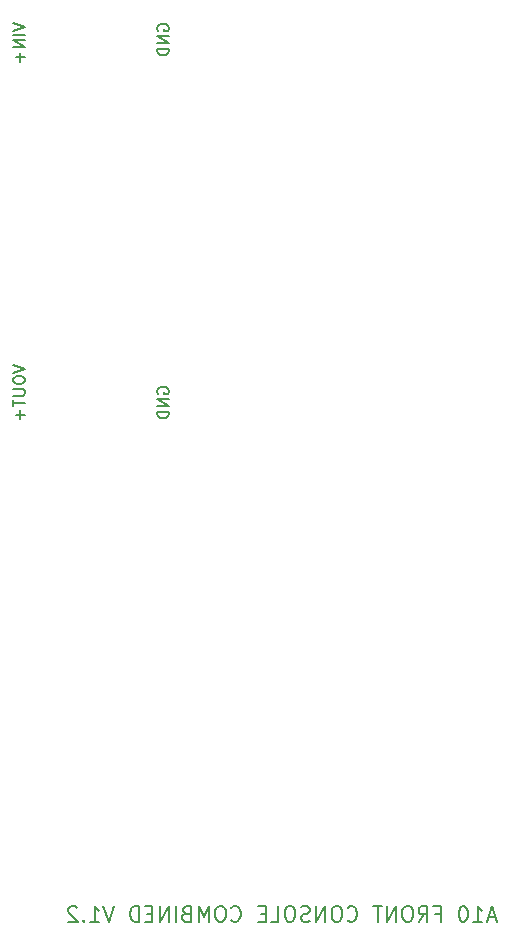
<source format=gbr>
%TF.GenerationSoftware,KiCad,Pcbnew,8.0.2-1*%
%TF.CreationDate,2024-09-02T10:17:59+10:00*%
%TF.ProjectId,Forward Console Combined Input and Output,466f7277-6172-4642-9043-6f6e736f6c65,rev?*%
%TF.SameCoordinates,Original*%
%TF.FileFunction,Legend,Bot*%
%TF.FilePolarity,Positive*%
%FSLAX46Y46*%
G04 Gerber Fmt 4.6, Leading zero omitted, Abs format (unit mm)*
G04 Created by KiCad (PCBNEW 8.0.2-1) date 2024-09-02 10:17:59*
%MOMM*%
%LPD*%
G01*
G04 APERTURE LIST*
%ADD10C,0.150000*%
G04 APERTURE END LIST*
D10*
X175226189Y-133877176D02*
X174607142Y-133877176D01*
X175349999Y-134248604D02*
X174916666Y-132948604D01*
X174916666Y-132948604D02*
X174483332Y-134248604D01*
X173369046Y-134248604D02*
X174111903Y-134248604D01*
X173740475Y-134248604D02*
X173740475Y-132948604D01*
X173740475Y-132948604D02*
X173864284Y-133134319D01*
X173864284Y-133134319D02*
X173988094Y-133258128D01*
X173988094Y-133258128D02*
X174111903Y-133320033D01*
X172564285Y-132948604D02*
X172440475Y-132948604D01*
X172440475Y-132948604D02*
X172316666Y-133010509D01*
X172316666Y-133010509D02*
X172254761Y-133072414D01*
X172254761Y-133072414D02*
X172192856Y-133196223D01*
X172192856Y-133196223D02*
X172130951Y-133443842D01*
X172130951Y-133443842D02*
X172130951Y-133753366D01*
X172130951Y-133753366D02*
X172192856Y-134000985D01*
X172192856Y-134000985D02*
X172254761Y-134124795D01*
X172254761Y-134124795D02*
X172316666Y-134186700D01*
X172316666Y-134186700D02*
X172440475Y-134248604D01*
X172440475Y-134248604D02*
X172564285Y-134248604D01*
X172564285Y-134248604D02*
X172688094Y-134186700D01*
X172688094Y-134186700D02*
X172749999Y-134124795D01*
X172749999Y-134124795D02*
X172811904Y-134000985D01*
X172811904Y-134000985D02*
X172873808Y-133753366D01*
X172873808Y-133753366D02*
X172873808Y-133443842D01*
X172873808Y-133443842D02*
X172811904Y-133196223D01*
X172811904Y-133196223D02*
X172749999Y-133072414D01*
X172749999Y-133072414D02*
X172688094Y-133010509D01*
X172688094Y-133010509D02*
X172564285Y-132948604D01*
X170149999Y-133567652D02*
X170583333Y-133567652D01*
X170583333Y-134248604D02*
X170583333Y-132948604D01*
X170583333Y-132948604D02*
X169964285Y-132948604D01*
X168726190Y-134248604D02*
X169159523Y-133629557D01*
X169469047Y-134248604D02*
X169469047Y-132948604D01*
X169469047Y-132948604D02*
X168973809Y-132948604D01*
X168973809Y-132948604D02*
X168849999Y-133010509D01*
X168849999Y-133010509D02*
X168788094Y-133072414D01*
X168788094Y-133072414D02*
X168726190Y-133196223D01*
X168726190Y-133196223D02*
X168726190Y-133381938D01*
X168726190Y-133381938D02*
X168788094Y-133505747D01*
X168788094Y-133505747D02*
X168849999Y-133567652D01*
X168849999Y-133567652D02*
X168973809Y-133629557D01*
X168973809Y-133629557D02*
X169469047Y-133629557D01*
X167921428Y-132948604D02*
X167673809Y-132948604D01*
X167673809Y-132948604D02*
X167549999Y-133010509D01*
X167549999Y-133010509D02*
X167426190Y-133134319D01*
X167426190Y-133134319D02*
X167364285Y-133381938D01*
X167364285Y-133381938D02*
X167364285Y-133815271D01*
X167364285Y-133815271D02*
X167426190Y-134062890D01*
X167426190Y-134062890D02*
X167549999Y-134186700D01*
X167549999Y-134186700D02*
X167673809Y-134248604D01*
X167673809Y-134248604D02*
X167921428Y-134248604D01*
X167921428Y-134248604D02*
X168045237Y-134186700D01*
X168045237Y-134186700D02*
X168169047Y-134062890D01*
X168169047Y-134062890D02*
X168230951Y-133815271D01*
X168230951Y-133815271D02*
X168230951Y-133381938D01*
X168230951Y-133381938D02*
X168169047Y-133134319D01*
X168169047Y-133134319D02*
X168045237Y-133010509D01*
X168045237Y-133010509D02*
X167921428Y-132948604D01*
X166807142Y-134248604D02*
X166807142Y-132948604D01*
X166807142Y-132948604D02*
X166064285Y-134248604D01*
X166064285Y-134248604D02*
X166064285Y-132948604D01*
X165630951Y-132948604D02*
X164888094Y-132948604D01*
X165259522Y-134248604D02*
X165259522Y-132948604D01*
X162721428Y-134124795D02*
X162783332Y-134186700D01*
X162783332Y-134186700D02*
X162969047Y-134248604D01*
X162969047Y-134248604D02*
X163092856Y-134248604D01*
X163092856Y-134248604D02*
X163278570Y-134186700D01*
X163278570Y-134186700D02*
X163402380Y-134062890D01*
X163402380Y-134062890D02*
X163464285Y-133939080D01*
X163464285Y-133939080D02*
X163526189Y-133691461D01*
X163526189Y-133691461D02*
X163526189Y-133505747D01*
X163526189Y-133505747D02*
X163464285Y-133258128D01*
X163464285Y-133258128D02*
X163402380Y-133134319D01*
X163402380Y-133134319D02*
X163278570Y-133010509D01*
X163278570Y-133010509D02*
X163092856Y-132948604D01*
X163092856Y-132948604D02*
X162969047Y-132948604D01*
X162969047Y-132948604D02*
X162783332Y-133010509D01*
X162783332Y-133010509D02*
X162721428Y-133072414D01*
X161916666Y-132948604D02*
X161669047Y-132948604D01*
X161669047Y-132948604D02*
X161545237Y-133010509D01*
X161545237Y-133010509D02*
X161421428Y-133134319D01*
X161421428Y-133134319D02*
X161359523Y-133381938D01*
X161359523Y-133381938D02*
X161359523Y-133815271D01*
X161359523Y-133815271D02*
X161421428Y-134062890D01*
X161421428Y-134062890D02*
X161545237Y-134186700D01*
X161545237Y-134186700D02*
X161669047Y-134248604D01*
X161669047Y-134248604D02*
X161916666Y-134248604D01*
X161916666Y-134248604D02*
X162040475Y-134186700D01*
X162040475Y-134186700D02*
X162164285Y-134062890D01*
X162164285Y-134062890D02*
X162226189Y-133815271D01*
X162226189Y-133815271D02*
X162226189Y-133381938D01*
X162226189Y-133381938D02*
X162164285Y-133134319D01*
X162164285Y-133134319D02*
X162040475Y-133010509D01*
X162040475Y-133010509D02*
X161916666Y-132948604D01*
X160802380Y-134248604D02*
X160802380Y-132948604D01*
X160802380Y-132948604D02*
X160059523Y-134248604D01*
X160059523Y-134248604D02*
X160059523Y-132948604D01*
X159502379Y-134186700D02*
X159316665Y-134248604D01*
X159316665Y-134248604D02*
X159007141Y-134248604D01*
X159007141Y-134248604D02*
X158883332Y-134186700D01*
X158883332Y-134186700D02*
X158821427Y-134124795D01*
X158821427Y-134124795D02*
X158759522Y-134000985D01*
X158759522Y-134000985D02*
X158759522Y-133877176D01*
X158759522Y-133877176D02*
X158821427Y-133753366D01*
X158821427Y-133753366D02*
X158883332Y-133691461D01*
X158883332Y-133691461D02*
X159007141Y-133629557D01*
X159007141Y-133629557D02*
X159254760Y-133567652D01*
X159254760Y-133567652D02*
X159378570Y-133505747D01*
X159378570Y-133505747D02*
X159440475Y-133443842D01*
X159440475Y-133443842D02*
X159502379Y-133320033D01*
X159502379Y-133320033D02*
X159502379Y-133196223D01*
X159502379Y-133196223D02*
X159440475Y-133072414D01*
X159440475Y-133072414D02*
X159378570Y-133010509D01*
X159378570Y-133010509D02*
X159254760Y-132948604D01*
X159254760Y-132948604D02*
X158945237Y-132948604D01*
X158945237Y-132948604D02*
X158759522Y-133010509D01*
X157954761Y-132948604D02*
X157707142Y-132948604D01*
X157707142Y-132948604D02*
X157583332Y-133010509D01*
X157583332Y-133010509D02*
X157459523Y-133134319D01*
X157459523Y-133134319D02*
X157397618Y-133381938D01*
X157397618Y-133381938D02*
X157397618Y-133815271D01*
X157397618Y-133815271D02*
X157459523Y-134062890D01*
X157459523Y-134062890D02*
X157583332Y-134186700D01*
X157583332Y-134186700D02*
X157707142Y-134248604D01*
X157707142Y-134248604D02*
X157954761Y-134248604D01*
X157954761Y-134248604D02*
X158078570Y-134186700D01*
X158078570Y-134186700D02*
X158202380Y-134062890D01*
X158202380Y-134062890D02*
X158264284Y-133815271D01*
X158264284Y-133815271D02*
X158264284Y-133381938D01*
X158264284Y-133381938D02*
X158202380Y-133134319D01*
X158202380Y-133134319D02*
X158078570Y-133010509D01*
X158078570Y-133010509D02*
X157954761Y-132948604D01*
X156221427Y-134248604D02*
X156840475Y-134248604D01*
X156840475Y-134248604D02*
X156840475Y-132948604D01*
X155788094Y-133567652D02*
X155354760Y-133567652D01*
X155169046Y-134248604D02*
X155788094Y-134248604D01*
X155788094Y-134248604D02*
X155788094Y-132948604D01*
X155788094Y-132948604D02*
X155169046Y-132948604D01*
X152878571Y-134124795D02*
X152940475Y-134186700D01*
X152940475Y-134186700D02*
X153126190Y-134248604D01*
X153126190Y-134248604D02*
X153249999Y-134248604D01*
X153249999Y-134248604D02*
X153435713Y-134186700D01*
X153435713Y-134186700D02*
X153559523Y-134062890D01*
X153559523Y-134062890D02*
X153621428Y-133939080D01*
X153621428Y-133939080D02*
X153683332Y-133691461D01*
X153683332Y-133691461D02*
X153683332Y-133505747D01*
X153683332Y-133505747D02*
X153621428Y-133258128D01*
X153621428Y-133258128D02*
X153559523Y-133134319D01*
X153559523Y-133134319D02*
X153435713Y-133010509D01*
X153435713Y-133010509D02*
X153249999Y-132948604D01*
X153249999Y-132948604D02*
X153126190Y-132948604D01*
X153126190Y-132948604D02*
X152940475Y-133010509D01*
X152940475Y-133010509D02*
X152878571Y-133072414D01*
X152073809Y-132948604D02*
X151826190Y-132948604D01*
X151826190Y-132948604D02*
X151702380Y-133010509D01*
X151702380Y-133010509D02*
X151578571Y-133134319D01*
X151578571Y-133134319D02*
X151516666Y-133381938D01*
X151516666Y-133381938D02*
X151516666Y-133815271D01*
X151516666Y-133815271D02*
X151578571Y-134062890D01*
X151578571Y-134062890D02*
X151702380Y-134186700D01*
X151702380Y-134186700D02*
X151826190Y-134248604D01*
X151826190Y-134248604D02*
X152073809Y-134248604D01*
X152073809Y-134248604D02*
X152197618Y-134186700D01*
X152197618Y-134186700D02*
X152321428Y-134062890D01*
X152321428Y-134062890D02*
X152383332Y-133815271D01*
X152383332Y-133815271D02*
X152383332Y-133381938D01*
X152383332Y-133381938D02*
X152321428Y-133134319D01*
X152321428Y-133134319D02*
X152197618Y-133010509D01*
X152197618Y-133010509D02*
X152073809Y-132948604D01*
X150959523Y-134248604D02*
X150959523Y-132948604D01*
X150959523Y-132948604D02*
X150526189Y-133877176D01*
X150526189Y-133877176D02*
X150092856Y-132948604D01*
X150092856Y-132948604D02*
X150092856Y-134248604D01*
X149040475Y-133567652D02*
X148854761Y-133629557D01*
X148854761Y-133629557D02*
X148792856Y-133691461D01*
X148792856Y-133691461D02*
X148730952Y-133815271D01*
X148730952Y-133815271D02*
X148730952Y-134000985D01*
X148730952Y-134000985D02*
X148792856Y-134124795D01*
X148792856Y-134124795D02*
X148854761Y-134186700D01*
X148854761Y-134186700D02*
X148978571Y-134248604D01*
X148978571Y-134248604D02*
X149473809Y-134248604D01*
X149473809Y-134248604D02*
X149473809Y-132948604D01*
X149473809Y-132948604D02*
X149040475Y-132948604D01*
X149040475Y-132948604D02*
X148916666Y-133010509D01*
X148916666Y-133010509D02*
X148854761Y-133072414D01*
X148854761Y-133072414D02*
X148792856Y-133196223D01*
X148792856Y-133196223D02*
X148792856Y-133320033D01*
X148792856Y-133320033D02*
X148854761Y-133443842D01*
X148854761Y-133443842D02*
X148916666Y-133505747D01*
X148916666Y-133505747D02*
X149040475Y-133567652D01*
X149040475Y-133567652D02*
X149473809Y-133567652D01*
X148173809Y-134248604D02*
X148173809Y-132948604D01*
X147554761Y-134248604D02*
X147554761Y-132948604D01*
X147554761Y-132948604D02*
X146811904Y-134248604D01*
X146811904Y-134248604D02*
X146811904Y-132948604D01*
X146192856Y-133567652D02*
X145759522Y-133567652D01*
X145573808Y-134248604D02*
X146192856Y-134248604D01*
X146192856Y-134248604D02*
X146192856Y-132948604D01*
X146192856Y-132948604D02*
X145573808Y-132948604D01*
X145016666Y-134248604D02*
X145016666Y-132948604D01*
X145016666Y-132948604D02*
X144707142Y-132948604D01*
X144707142Y-132948604D02*
X144521428Y-133010509D01*
X144521428Y-133010509D02*
X144397618Y-133134319D01*
X144397618Y-133134319D02*
X144335713Y-133258128D01*
X144335713Y-133258128D02*
X144273809Y-133505747D01*
X144273809Y-133505747D02*
X144273809Y-133691461D01*
X144273809Y-133691461D02*
X144335713Y-133939080D01*
X144335713Y-133939080D02*
X144397618Y-134062890D01*
X144397618Y-134062890D02*
X144521428Y-134186700D01*
X144521428Y-134186700D02*
X144707142Y-134248604D01*
X144707142Y-134248604D02*
X145016666Y-134248604D01*
X142911904Y-132948604D02*
X142478571Y-134248604D01*
X142478571Y-134248604D02*
X142045237Y-132948604D01*
X140930951Y-134248604D02*
X141673808Y-134248604D01*
X141302380Y-134248604D02*
X141302380Y-132948604D01*
X141302380Y-132948604D02*
X141426189Y-133134319D01*
X141426189Y-133134319D02*
X141549999Y-133258128D01*
X141549999Y-133258128D02*
X141673808Y-133320033D01*
X140373809Y-134124795D02*
X140311904Y-134186700D01*
X140311904Y-134186700D02*
X140373809Y-134248604D01*
X140373809Y-134248604D02*
X140435713Y-134186700D01*
X140435713Y-134186700D02*
X140373809Y-134124795D01*
X140373809Y-134124795D02*
X140373809Y-134248604D01*
X139816665Y-133072414D02*
X139754761Y-133010509D01*
X139754761Y-133010509D02*
X139630951Y-132948604D01*
X139630951Y-132948604D02*
X139321427Y-132948604D01*
X139321427Y-132948604D02*
X139197618Y-133010509D01*
X139197618Y-133010509D02*
X139135713Y-133072414D01*
X139135713Y-133072414D02*
X139073808Y-133196223D01*
X139073808Y-133196223D02*
X139073808Y-133320033D01*
X139073808Y-133320033D02*
X139135713Y-133505747D01*
X139135713Y-133505747D02*
X139878570Y-134248604D01*
X139878570Y-134248604D02*
X139073808Y-134248604D01*
X134389819Y-87101922D02*
X135389819Y-87435255D01*
X135389819Y-87435255D02*
X134389819Y-87768588D01*
X134389819Y-88292398D02*
X134389819Y-88482874D01*
X134389819Y-88482874D02*
X134437438Y-88578112D01*
X134437438Y-88578112D02*
X134532676Y-88673350D01*
X134532676Y-88673350D02*
X134723152Y-88720969D01*
X134723152Y-88720969D02*
X135056485Y-88720969D01*
X135056485Y-88720969D02*
X135246961Y-88673350D01*
X135246961Y-88673350D02*
X135342200Y-88578112D01*
X135342200Y-88578112D02*
X135389819Y-88482874D01*
X135389819Y-88482874D02*
X135389819Y-88292398D01*
X135389819Y-88292398D02*
X135342200Y-88197160D01*
X135342200Y-88197160D02*
X135246961Y-88101922D01*
X135246961Y-88101922D02*
X135056485Y-88054303D01*
X135056485Y-88054303D02*
X134723152Y-88054303D01*
X134723152Y-88054303D02*
X134532676Y-88101922D01*
X134532676Y-88101922D02*
X134437438Y-88197160D01*
X134437438Y-88197160D02*
X134389819Y-88292398D01*
X134389819Y-89149541D02*
X135199342Y-89149541D01*
X135199342Y-89149541D02*
X135294580Y-89197160D01*
X135294580Y-89197160D02*
X135342200Y-89244779D01*
X135342200Y-89244779D02*
X135389819Y-89340017D01*
X135389819Y-89340017D02*
X135389819Y-89530493D01*
X135389819Y-89530493D02*
X135342200Y-89625731D01*
X135342200Y-89625731D02*
X135294580Y-89673350D01*
X135294580Y-89673350D02*
X135199342Y-89720969D01*
X135199342Y-89720969D02*
X134389819Y-89720969D01*
X134389819Y-90054303D02*
X134389819Y-90625731D01*
X135389819Y-90340017D02*
X134389819Y-90340017D01*
X135008866Y-90959065D02*
X135008866Y-91720970D01*
X135389819Y-91340017D02*
X134627914Y-91340017D01*
X146629438Y-89546588D02*
X146581819Y-89451350D01*
X146581819Y-89451350D02*
X146581819Y-89308493D01*
X146581819Y-89308493D02*
X146629438Y-89165636D01*
X146629438Y-89165636D02*
X146724676Y-89070398D01*
X146724676Y-89070398D02*
X146819914Y-89022779D01*
X146819914Y-89022779D02*
X147010390Y-88975160D01*
X147010390Y-88975160D02*
X147153247Y-88975160D01*
X147153247Y-88975160D02*
X147343723Y-89022779D01*
X147343723Y-89022779D02*
X147438961Y-89070398D01*
X147438961Y-89070398D02*
X147534200Y-89165636D01*
X147534200Y-89165636D02*
X147581819Y-89308493D01*
X147581819Y-89308493D02*
X147581819Y-89403731D01*
X147581819Y-89403731D02*
X147534200Y-89546588D01*
X147534200Y-89546588D02*
X147486580Y-89594207D01*
X147486580Y-89594207D02*
X147153247Y-89594207D01*
X147153247Y-89594207D02*
X147153247Y-89403731D01*
X147581819Y-90022779D02*
X146581819Y-90022779D01*
X146581819Y-90022779D02*
X147581819Y-90594207D01*
X147581819Y-90594207D02*
X146581819Y-90594207D01*
X147581819Y-91070398D02*
X146581819Y-91070398D01*
X146581819Y-91070398D02*
X146581819Y-91308493D01*
X146581819Y-91308493D02*
X146629438Y-91451350D01*
X146629438Y-91451350D02*
X146724676Y-91546588D01*
X146724676Y-91546588D02*
X146819914Y-91594207D01*
X146819914Y-91594207D02*
X147010390Y-91641826D01*
X147010390Y-91641826D02*
X147153247Y-91641826D01*
X147153247Y-91641826D02*
X147343723Y-91594207D01*
X147343723Y-91594207D02*
X147438961Y-91546588D01*
X147438961Y-91546588D02*
X147534200Y-91451350D01*
X147534200Y-91451350D02*
X147581819Y-91308493D01*
X147581819Y-91308493D02*
X147581819Y-91070398D01*
X146629438Y-58812588D02*
X146581819Y-58717350D01*
X146581819Y-58717350D02*
X146581819Y-58574493D01*
X146581819Y-58574493D02*
X146629438Y-58431636D01*
X146629438Y-58431636D02*
X146724676Y-58336398D01*
X146724676Y-58336398D02*
X146819914Y-58288779D01*
X146819914Y-58288779D02*
X147010390Y-58241160D01*
X147010390Y-58241160D02*
X147153247Y-58241160D01*
X147153247Y-58241160D02*
X147343723Y-58288779D01*
X147343723Y-58288779D02*
X147438961Y-58336398D01*
X147438961Y-58336398D02*
X147534200Y-58431636D01*
X147534200Y-58431636D02*
X147581819Y-58574493D01*
X147581819Y-58574493D02*
X147581819Y-58669731D01*
X147581819Y-58669731D02*
X147534200Y-58812588D01*
X147534200Y-58812588D02*
X147486580Y-58860207D01*
X147486580Y-58860207D02*
X147153247Y-58860207D01*
X147153247Y-58860207D02*
X147153247Y-58669731D01*
X147581819Y-59288779D02*
X146581819Y-59288779D01*
X146581819Y-59288779D02*
X147581819Y-59860207D01*
X147581819Y-59860207D02*
X146581819Y-59860207D01*
X147581819Y-60336398D02*
X146581819Y-60336398D01*
X146581819Y-60336398D02*
X146581819Y-60574493D01*
X146581819Y-60574493D02*
X146629438Y-60717350D01*
X146629438Y-60717350D02*
X146724676Y-60812588D01*
X146724676Y-60812588D02*
X146819914Y-60860207D01*
X146819914Y-60860207D02*
X147010390Y-60907826D01*
X147010390Y-60907826D02*
X147153247Y-60907826D01*
X147153247Y-60907826D02*
X147343723Y-60860207D01*
X147343723Y-60860207D02*
X147438961Y-60812588D01*
X147438961Y-60812588D02*
X147534200Y-60717350D01*
X147534200Y-60717350D02*
X147581819Y-60574493D01*
X147581819Y-60574493D02*
X147581819Y-60336398D01*
X134389819Y-58145922D02*
X135389819Y-58479255D01*
X135389819Y-58479255D02*
X134389819Y-58812588D01*
X135389819Y-59145922D02*
X134389819Y-59145922D01*
X135389819Y-59622112D02*
X134389819Y-59622112D01*
X134389819Y-59622112D02*
X135389819Y-60193540D01*
X135389819Y-60193540D02*
X134389819Y-60193540D01*
X135008866Y-60669731D02*
X135008866Y-61431636D01*
X135389819Y-61050683D02*
X134627914Y-61050683D01*
M02*

</source>
